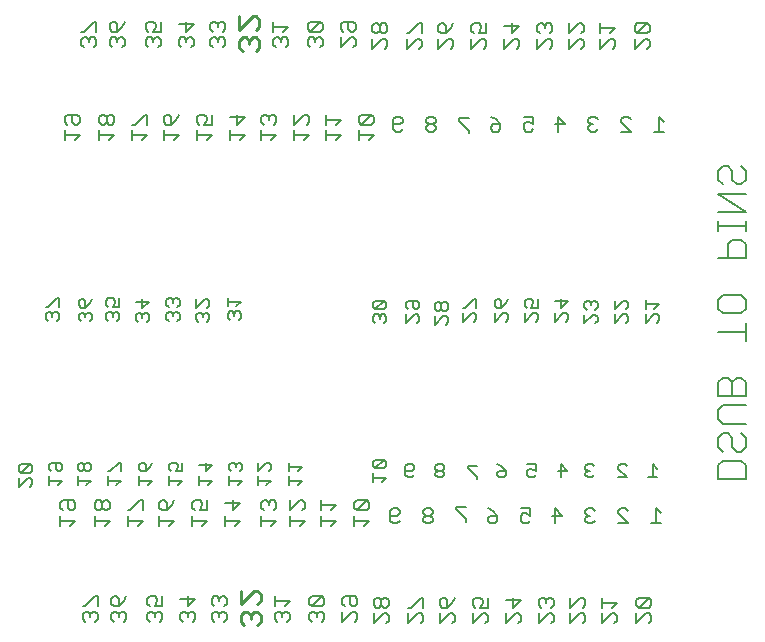
<source format=gbo>
G75*
%MOIN*%
%OFA0B0*%
%FSLAX25Y25*%
%IPPOS*%
%LPD*%
%AMOC8*
5,1,8,0,0,1.08239X$1,22.5*
%
%ADD10C,0.00700*%
%ADD11C,0.00900*%
%ADD12C,0.00600*%
%ADD13C,0.00800*%
D10*
X0126979Y0082253D02*
X0126979Y0085523D01*
X0126979Y0083888D02*
X0131883Y0083888D01*
X0130248Y0082253D01*
X0138479Y0082253D02*
X0138479Y0085523D01*
X0138479Y0083888D02*
X0143383Y0083888D01*
X0141748Y0082253D01*
X0149479Y0082253D02*
X0149479Y0085523D01*
X0149479Y0083888D02*
X0154383Y0083888D01*
X0152748Y0082253D01*
X0154383Y0087410D02*
X0154383Y0090679D01*
X0153566Y0090679D01*
X0150296Y0087410D01*
X0149479Y0087410D01*
X0143383Y0088227D02*
X0143383Y0089862D01*
X0142566Y0090679D01*
X0141748Y0090679D01*
X0140931Y0089862D01*
X0140931Y0088227D01*
X0141748Y0087410D01*
X0142566Y0087410D01*
X0143383Y0088227D01*
X0140931Y0088227D02*
X0140114Y0087410D01*
X0139296Y0087410D01*
X0138479Y0088227D01*
X0138479Y0089862D01*
X0139296Y0090679D01*
X0140114Y0090679D01*
X0140931Y0089862D01*
X0131883Y0089862D02*
X0131883Y0088227D01*
X0131066Y0087410D01*
X0130248Y0087410D01*
X0129431Y0088227D01*
X0129431Y0090679D01*
X0127796Y0090679D02*
X0131066Y0090679D01*
X0131883Y0089862D01*
X0127796Y0090679D02*
X0126979Y0089862D01*
X0126979Y0088227D01*
X0127796Y0087410D01*
X0159979Y0088227D02*
X0159979Y0089862D01*
X0160796Y0090679D01*
X0161614Y0090679D01*
X0162431Y0089862D01*
X0162431Y0087410D01*
X0160796Y0087410D01*
X0159979Y0088227D01*
X0162431Y0087410D02*
X0164066Y0089045D01*
X0164883Y0090679D01*
X0170979Y0089862D02*
X0170979Y0088227D01*
X0171796Y0087410D01*
X0173431Y0087410D02*
X0174248Y0089045D01*
X0174248Y0089862D01*
X0173431Y0090679D01*
X0171796Y0090679D01*
X0170979Y0089862D01*
X0173431Y0087410D02*
X0175883Y0087410D01*
X0175883Y0090679D01*
X0181979Y0089862D02*
X0186883Y0089862D01*
X0184431Y0087410D01*
X0184431Y0090679D01*
X0181979Y0085523D02*
X0181979Y0082253D01*
X0181979Y0083888D02*
X0186883Y0083888D01*
X0185248Y0082253D01*
X0193979Y0082253D02*
X0193979Y0085523D01*
X0193979Y0083888D02*
X0198883Y0083888D01*
X0197248Y0082253D01*
X0203479Y0082253D02*
X0203479Y0085523D01*
X0203479Y0083888D02*
X0208383Y0083888D01*
X0206748Y0082253D01*
X0213979Y0082253D02*
X0213979Y0085523D01*
X0213979Y0083888D02*
X0218883Y0083888D01*
X0217248Y0082253D01*
X0224979Y0082253D02*
X0224979Y0085523D01*
X0224979Y0083888D02*
X0229883Y0083888D01*
X0228248Y0082253D01*
X0236888Y0083927D02*
X0236888Y0087197D01*
X0237705Y0088014D01*
X0239340Y0088014D01*
X0240157Y0087197D01*
X0240157Y0086379D01*
X0239340Y0085562D01*
X0236888Y0085562D01*
X0236888Y0083927D02*
X0237705Y0083110D01*
X0239340Y0083110D01*
X0240157Y0083927D01*
X0247888Y0083927D02*
X0248705Y0083110D01*
X0250340Y0083110D01*
X0251157Y0083927D01*
X0251157Y0084745D01*
X0250340Y0085562D01*
X0248705Y0085562D01*
X0247888Y0084745D01*
X0247888Y0083927D01*
X0248705Y0085562D02*
X0247888Y0086379D01*
X0247888Y0087197D01*
X0248705Y0088014D01*
X0250340Y0088014D01*
X0251157Y0087197D01*
X0251157Y0086379D01*
X0250340Y0085562D01*
X0258888Y0087697D02*
X0262157Y0084427D01*
X0262157Y0083610D01*
X0262157Y0088514D02*
X0258888Y0088514D01*
X0258888Y0087697D01*
X0269388Y0088014D02*
X0271022Y0087197D01*
X0272657Y0085562D01*
X0270205Y0085562D01*
X0269388Y0084745D01*
X0269388Y0083927D01*
X0270205Y0083110D01*
X0271840Y0083110D01*
X0272657Y0083927D01*
X0272657Y0085562D01*
X0280388Y0085562D02*
X0280388Y0083927D01*
X0281205Y0083110D01*
X0282840Y0083110D01*
X0283657Y0083927D01*
X0283657Y0085562D02*
X0282022Y0086379D01*
X0281205Y0086379D01*
X0280388Y0085562D01*
X0280388Y0088014D02*
X0283657Y0088014D01*
X0283657Y0085562D01*
X0290888Y0085562D02*
X0294157Y0085562D01*
X0291705Y0088014D01*
X0291705Y0083110D01*
X0301888Y0083927D02*
X0302705Y0083110D01*
X0304340Y0083110D01*
X0305157Y0083927D01*
X0303522Y0085562D02*
X0302705Y0085562D01*
X0301888Y0084745D01*
X0301888Y0083927D01*
X0302705Y0085562D02*
X0301888Y0086379D01*
X0301888Y0087197D01*
X0302705Y0088014D01*
X0304340Y0088014D01*
X0305157Y0087197D01*
X0312888Y0087197D02*
X0312888Y0086379D01*
X0316157Y0083110D01*
X0312888Y0083110D01*
X0312888Y0087197D02*
X0313705Y0088014D01*
X0315340Y0088014D01*
X0316157Y0087197D01*
X0323888Y0083110D02*
X0327157Y0083110D01*
X0325522Y0083110D02*
X0325522Y0088014D01*
X0327157Y0086379D01*
X0323066Y0058179D02*
X0319796Y0058179D01*
X0318979Y0057362D01*
X0318979Y0055727D01*
X0319796Y0054910D01*
X0323066Y0058179D01*
X0323883Y0057362D01*
X0323883Y0055727D01*
X0323066Y0054910D01*
X0319796Y0054910D01*
X0318979Y0053023D02*
X0318979Y0049753D01*
X0322248Y0053023D01*
X0323066Y0053023D01*
X0323883Y0052206D01*
X0323883Y0050571D01*
X0323066Y0049753D01*
X0312383Y0050571D02*
X0311566Y0049753D01*
X0312383Y0050571D02*
X0312383Y0052206D01*
X0311566Y0053023D01*
X0310748Y0053023D01*
X0307479Y0049753D01*
X0307479Y0053023D01*
X0307479Y0054910D02*
X0307479Y0058179D01*
X0307479Y0056545D02*
X0312383Y0056545D01*
X0310748Y0054910D01*
X0301883Y0055727D02*
X0301883Y0057362D01*
X0301066Y0058179D01*
X0300248Y0058179D01*
X0296979Y0054910D01*
X0296979Y0058179D01*
X0296979Y0053023D02*
X0296979Y0049753D01*
X0300248Y0053023D01*
X0301066Y0053023D01*
X0301883Y0052206D01*
X0301883Y0050571D01*
X0301066Y0049753D01*
X0301066Y0054910D02*
X0301883Y0055727D01*
X0291383Y0055727D02*
X0291383Y0057362D01*
X0290566Y0058179D01*
X0289748Y0058179D01*
X0288931Y0057362D01*
X0288114Y0058179D01*
X0287296Y0058179D01*
X0286479Y0057362D01*
X0286479Y0055727D01*
X0287296Y0054910D01*
X0286479Y0053023D02*
X0286479Y0049753D01*
X0289748Y0053023D01*
X0290566Y0053023D01*
X0291383Y0052206D01*
X0291383Y0050571D01*
X0290566Y0049753D01*
X0290566Y0054910D02*
X0291383Y0055727D01*
X0288931Y0056545D02*
X0288931Y0057362D01*
X0280383Y0057362D02*
X0277931Y0054910D01*
X0277931Y0058179D01*
X0275479Y0057362D02*
X0280383Y0057362D01*
X0279566Y0053023D02*
X0280383Y0052206D01*
X0280383Y0050571D01*
X0279566Y0049753D01*
X0279566Y0053023D02*
X0278748Y0053023D01*
X0275479Y0049753D01*
X0275479Y0053023D01*
X0269383Y0052206D02*
X0269383Y0050571D01*
X0268566Y0049753D01*
X0269383Y0052206D02*
X0268566Y0053023D01*
X0267748Y0053023D01*
X0264479Y0049753D01*
X0264479Y0053023D01*
X0265296Y0054910D02*
X0264479Y0055727D01*
X0264479Y0057362D01*
X0265296Y0058179D01*
X0266931Y0058179D01*
X0267748Y0057362D01*
X0267748Y0056545D01*
X0266931Y0054910D01*
X0269383Y0054910D01*
X0269383Y0058179D01*
X0258383Y0058179D02*
X0257566Y0056545D01*
X0255931Y0054910D01*
X0255931Y0057362D01*
X0255114Y0058179D01*
X0254296Y0058179D01*
X0253479Y0057362D01*
X0253479Y0055727D01*
X0254296Y0054910D01*
X0255931Y0054910D01*
X0256748Y0053023D02*
X0257566Y0053023D01*
X0258383Y0052206D01*
X0258383Y0050571D01*
X0257566Y0049753D01*
X0256748Y0053023D02*
X0253479Y0049753D01*
X0253479Y0053023D01*
X0247883Y0052206D02*
X0247883Y0050571D01*
X0247066Y0049753D01*
X0247883Y0052206D02*
X0247066Y0053023D01*
X0246248Y0053023D01*
X0242979Y0049753D01*
X0242979Y0053023D01*
X0242979Y0054910D02*
X0243796Y0054910D01*
X0247066Y0058179D01*
X0247883Y0058179D01*
X0247883Y0054910D01*
X0236383Y0055727D02*
X0236383Y0057362D01*
X0235566Y0058179D01*
X0234748Y0058179D01*
X0233931Y0057362D01*
X0233931Y0055727D01*
X0234748Y0054910D01*
X0235566Y0054910D01*
X0236383Y0055727D01*
X0233931Y0055727D02*
X0233114Y0054910D01*
X0232296Y0054910D01*
X0231479Y0055727D01*
X0231479Y0057362D01*
X0232296Y0058179D01*
X0233114Y0058179D01*
X0233931Y0057362D01*
X0234748Y0053023D02*
X0235566Y0053023D01*
X0236383Y0052206D01*
X0236383Y0050571D01*
X0235566Y0049753D01*
X0234748Y0053023D02*
X0231479Y0049753D01*
X0231479Y0053023D01*
X0225883Y0052706D02*
X0225883Y0051071D01*
X0225066Y0050253D01*
X0225883Y0052706D02*
X0225066Y0053523D01*
X0224248Y0053523D01*
X0220979Y0050253D01*
X0220979Y0053523D01*
X0221796Y0055410D02*
X0220979Y0056227D01*
X0220979Y0057862D01*
X0221796Y0058679D01*
X0225066Y0058679D01*
X0225883Y0057862D01*
X0225883Y0056227D01*
X0225066Y0055410D01*
X0224248Y0055410D01*
X0223431Y0056227D01*
X0223431Y0058679D01*
X0214883Y0057862D02*
X0214883Y0056227D01*
X0214066Y0055410D01*
X0210796Y0055410D01*
X0214066Y0058679D01*
X0210796Y0058679D01*
X0209979Y0057862D01*
X0209979Y0056227D01*
X0210796Y0055410D01*
X0210796Y0053523D02*
X0209979Y0052706D01*
X0209979Y0051071D01*
X0210796Y0050253D01*
X0212431Y0051888D02*
X0212431Y0052706D01*
X0211614Y0053523D01*
X0210796Y0053523D01*
X0212431Y0052706D02*
X0213248Y0053523D01*
X0214066Y0053523D01*
X0214883Y0052706D01*
X0214883Y0051071D01*
X0214066Y0050253D01*
X0203383Y0051071D02*
X0203383Y0052706D01*
X0202566Y0053523D01*
X0201748Y0053523D01*
X0200931Y0052706D01*
X0200114Y0053523D01*
X0199296Y0053523D01*
X0198479Y0052706D01*
X0198479Y0051071D01*
X0199296Y0050253D01*
X0200931Y0051888D02*
X0200931Y0052706D01*
X0201748Y0055410D02*
X0203383Y0057045D01*
X0198479Y0057045D01*
X0198479Y0058679D02*
X0198479Y0055410D01*
X0203383Y0051071D02*
X0202566Y0050253D01*
X0214066Y0058679D02*
X0214883Y0057862D01*
X0182383Y0057862D02*
X0182383Y0056227D01*
X0181566Y0055410D01*
X0181566Y0053523D02*
X0180748Y0053523D01*
X0179931Y0052706D01*
X0179114Y0053523D01*
X0178296Y0053523D01*
X0177479Y0052706D01*
X0177479Y0051071D01*
X0178296Y0050253D01*
X0179931Y0051888D02*
X0179931Y0052706D01*
X0181566Y0053523D02*
X0182383Y0052706D01*
X0182383Y0051071D01*
X0181566Y0050253D01*
X0178296Y0055410D02*
X0177479Y0056227D01*
X0177479Y0057862D01*
X0178296Y0058679D01*
X0179114Y0058679D01*
X0179931Y0057862D01*
X0179931Y0057045D01*
X0179931Y0057862D02*
X0180748Y0058679D01*
X0181566Y0058679D01*
X0182383Y0057862D01*
X0171883Y0057862D02*
X0169431Y0055410D01*
X0169431Y0058679D01*
X0166979Y0057862D02*
X0171883Y0057862D01*
X0171066Y0053523D02*
X0170248Y0053523D01*
X0169431Y0052706D01*
X0168614Y0053523D01*
X0167796Y0053523D01*
X0166979Y0052706D01*
X0166979Y0051071D01*
X0167796Y0050253D01*
X0169431Y0051888D02*
X0169431Y0052706D01*
X0171066Y0053523D02*
X0171883Y0052706D01*
X0171883Y0051071D01*
X0171066Y0050253D01*
X0160883Y0051071D02*
X0160883Y0052706D01*
X0160066Y0053523D01*
X0159248Y0053523D01*
X0158431Y0052706D01*
X0157614Y0053523D01*
X0156796Y0053523D01*
X0155979Y0052706D01*
X0155979Y0051071D01*
X0156796Y0050253D01*
X0158431Y0051888D02*
X0158431Y0052706D01*
X0158431Y0055410D02*
X0159248Y0057045D01*
X0159248Y0057862D01*
X0158431Y0058679D01*
X0156796Y0058679D01*
X0155979Y0057862D01*
X0155979Y0056227D01*
X0156796Y0055410D01*
X0158431Y0055410D02*
X0160883Y0055410D01*
X0160883Y0058679D01*
X0160883Y0051071D02*
X0160066Y0050253D01*
X0148883Y0051071D02*
X0148883Y0052706D01*
X0148066Y0053523D01*
X0147248Y0053523D01*
X0146431Y0052706D01*
X0145614Y0053523D01*
X0144796Y0053523D01*
X0143979Y0052706D01*
X0143979Y0051071D01*
X0144796Y0050253D01*
X0146431Y0051888D02*
X0146431Y0052706D01*
X0146431Y0055410D02*
X0146431Y0057862D01*
X0145614Y0058679D01*
X0144796Y0058679D01*
X0143979Y0057862D01*
X0143979Y0056227D01*
X0144796Y0055410D01*
X0146431Y0055410D01*
X0148066Y0057045D01*
X0148883Y0058679D01*
X0148883Y0051071D02*
X0148066Y0050253D01*
X0139383Y0051071D02*
X0139383Y0052706D01*
X0138566Y0053523D01*
X0137748Y0053523D01*
X0136931Y0052706D01*
X0136114Y0053523D01*
X0135296Y0053523D01*
X0134479Y0052706D01*
X0134479Y0051071D01*
X0135296Y0050253D01*
X0136931Y0051888D02*
X0136931Y0052706D01*
X0138566Y0050253D02*
X0139383Y0051071D01*
X0139383Y0055410D02*
X0139383Y0058679D01*
X0138566Y0058679D01*
X0135296Y0055410D01*
X0134479Y0055410D01*
X0159979Y0082253D02*
X0159979Y0085523D01*
X0159979Y0083888D02*
X0164883Y0083888D01*
X0163248Y0082253D01*
X0170979Y0082253D02*
X0170979Y0085523D01*
X0170979Y0083888D02*
X0175883Y0083888D01*
X0174248Y0082253D01*
X0193979Y0088227D02*
X0194796Y0087410D01*
X0193979Y0088227D02*
X0193979Y0089862D01*
X0194796Y0090679D01*
X0195614Y0090679D01*
X0196431Y0089862D01*
X0196431Y0089045D01*
X0196431Y0089862D02*
X0197248Y0090679D01*
X0198066Y0090679D01*
X0198883Y0089862D01*
X0198883Y0088227D01*
X0198066Y0087410D01*
X0203479Y0087410D02*
X0206748Y0090679D01*
X0207566Y0090679D01*
X0208383Y0089862D01*
X0208383Y0088227D01*
X0207566Y0087410D01*
X0203479Y0087410D02*
X0203479Y0090679D01*
X0213979Y0090679D02*
X0213979Y0087410D01*
X0213979Y0089045D02*
X0218883Y0089045D01*
X0217248Y0087410D01*
X0224979Y0088227D02*
X0225796Y0087410D01*
X0229066Y0090679D01*
X0225796Y0090679D01*
X0224979Y0089862D01*
X0224979Y0088227D01*
X0225796Y0087410D02*
X0229066Y0087410D01*
X0229883Y0088227D01*
X0229883Y0089862D01*
X0229066Y0090679D01*
X0229748Y0210753D02*
X0231383Y0212388D01*
X0226479Y0212388D01*
X0226479Y0210753D02*
X0226479Y0214023D01*
X0227296Y0215910D02*
X0230566Y0219179D01*
X0227296Y0219179D01*
X0226479Y0218362D01*
X0226479Y0216727D01*
X0227296Y0215910D01*
X0230566Y0215910D01*
X0231383Y0216727D01*
X0231383Y0218362D01*
X0230566Y0219179D01*
X0237888Y0217697D02*
X0237888Y0214427D01*
X0238705Y0213610D01*
X0240340Y0213610D01*
X0241157Y0214427D01*
X0240340Y0216062D02*
X0237888Y0216062D01*
X0237888Y0217697D02*
X0238705Y0218514D01*
X0240340Y0218514D01*
X0241157Y0217697D01*
X0241157Y0216879D01*
X0240340Y0216062D01*
X0248888Y0216879D02*
X0248888Y0217697D01*
X0249705Y0218514D01*
X0251340Y0218514D01*
X0252157Y0217697D01*
X0252157Y0216879D01*
X0251340Y0216062D01*
X0249705Y0216062D01*
X0248888Y0215245D01*
X0248888Y0214427D01*
X0249705Y0213610D01*
X0251340Y0213610D01*
X0252157Y0214427D01*
X0252157Y0215245D01*
X0251340Y0216062D01*
X0249705Y0216062D02*
X0248888Y0216879D01*
X0259888Y0217197D02*
X0263157Y0213927D01*
X0263157Y0213110D01*
X0263157Y0218014D02*
X0259888Y0218014D01*
X0259888Y0217197D01*
X0270388Y0218514D02*
X0272022Y0217697D01*
X0273657Y0216062D01*
X0271205Y0216062D01*
X0270388Y0215245D01*
X0270388Y0214427D01*
X0271205Y0213610D01*
X0272840Y0213610D01*
X0273657Y0214427D01*
X0273657Y0216062D01*
X0281388Y0216062D02*
X0281388Y0214427D01*
X0282205Y0213610D01*
X0283840Y0213610D01*
X0284657Y0214427D01*
X0284657Y0216062D02*
X0283022Y0216879D01*
X0282205Y0216879D01*
X0281388Y0216062D01*
X0281388Y0218514D02*
X0284657Y0218514D01*
X0284657Y0216062D01*
X0291888Y0216062D02*
X0295157Y0216062D01*
X0292705Y0218514D01*
X0292705Y0213610D01*
X0302888Y0214427D02*
X0303705Y0213610D01*
X0305340Y0213610D01*
X0306157Y0214427D01*
X0304522Y0216062D02*
X0303705Y0216062D01*
X0302888Y0215245D01*
X0302888Y0214427D01*
X0303705Y0216062D02*
X0302888Y0216879D01*
X0302888Y0217697D01*
X0303705Y0218514D01*
X0305340Y0218514D01*
X0306157Y0217697D01*
X0313888Y0217697D02*
X0313888Y0216879D01*
X0317157Y0213610D01*
X0313888Y0213610D01*
X0313888Y0217697D02*
X0314705Y0218514D01*
X0316340Y0218514D01*
X0317157Y0217697D01*
X0324888Y0213610D02*
X0328157Y0213610D01*
X0326522Y0213610D02*
X0326522Y0218514D01*
X0328157Y0216879D01*
X0322566Y0241253D02*
X0323383Y0242071D01*
X0323383Y0243706D01*
X0322566Y0244523D01*
X0321748Y0244523D01*
X0318479Y0241253D01*
X0318479Y0244523D01*
X0319296Y0246410D02*
X0322566Y0249679D01*
X0319296Y0249679D01*
X0318479Y0248862D01*
X0318479Y0247227D01*
X0319296Y0246410D01*
X0322566Y0246410D01*
X0323383Y0247227D01*
X0323383Y0248862D01*
X0322566Y0249679D01*
X0311883Y0248045D02*
X0310248Y0246410D01*
X0310248Y0244523D02*
X0311066Y0244523D01*
X0311883Y0243706D01*
X0311883Y0242071D01*
X0311066Y0241253D01*
X0310248Y0244523D02*
X0306979Y0241253D01*
X0306979Y0244523D01*
X0306979Y0246410D02*
X0306979Y0249679D01*
X0306979Y0248045D02*
X0311883Y0248045D01*
X0301383Y0248862D02*
X0301383Y0247227D01*
X0300566Y0246410D01*
X0300566Y0244523D02*
X0301383Y0243706D01*
X0301383Y0242071D01*
X0300566Y0241253D01*
X0300566Y0244523D02*
X0299748Y0244523D01*
X0296479Y0241253D01*
X0296479Y0244523D01*
X0296479Y0246410D02*
X0299748Y0249679D01*
X0300566Y0249679D01*
X0301383Y0248862D01*
X0296479Y0249679D02*
X0296479Y0246410D01*
X0290883Y0247227D02*
X0290883Y0248862D01*
X0290066Y0249679D01*
X0289248Y0249679D01*
X0288431Y0248862D01*
X0287614Y0249679D01*
X0286796Y0249679D01*
X0285979Y0248862D01*
X0285979Y0247227D01*
X0286796Y0246410D01*
X0285979Y0244523D02*
X0285979Y0241253D01*
X0289248Y0244523D01*
X0290066Y0244523D01*
X0290883Y0243706D01*
X0290883Y0242071D01*
X0290066Y0241253D01*
X0290066Y0246410D02*
X0290883Y0247227D01*
X0288431Y0248045D02*
X0288431Y0248862D01*
X0279883Y0248862D02*
X0277431Y0246410D01*
X0277431Y0249679D01*
X0274979Y0248862D02*
X0279883Y0248862D01*
X0279066Y0244523D02*
X0279883Y0243706D01*
X0279883Y0242071D01*
X0279066Y0241253D01*
X0279066Y0244523D02*
X0278248Y0244523D01*
X0274979Y0241253D01*
X0274979Y0244523D01*
X0268883Y0243706D02*
X0268883Y0242071D01*
X0268066Y0241253D01*
X0268883Y0243706D02*
X0268066Y0244523D01*
X0267248Y0244523D01*
X0263979Y0241253D01*
X0263979Y0244523D01*
X0264796Y0246410D02*
X0263979Y0247227D01*
X0263979Y0248862D01*
X0264796Y0249679D01*
X0266431Y0249679D01*
X0267248Y0248862D01*
X0267248Y0248045D01*
X0266431Y0246410D01*
X0268883Y0246410D01*
X0268883Y0249679D01*
X0257883Y0249679D02*
X0257066Y0248045D01*
X0255431Y0246410D01*
X0255431Y0248862D01*
X0254614Y0249679D01*
X0253796Y0249679D01*
X0252979Y0248862D01*
X0252979Y0247227D01*
X0253796Y0246410D01*
X0255431Y0246410D01*
X0256248Y0244523D02*
X0257066Y0244523D01*
X0257883Y0243706D01*
X0257883Y0242071D01*
X0257066Y0241253D01*
X0256248Y0244523D02*
X0252979Y0241253D01*
X0252979Y0244523D01*
X0247383Y0243706D02*
X0247383Y0242071D01*
X0246566Y0241253D01*
X0247383Y0243706D02*
X0246566Y0244523D01*
X0245748Y0244523D01*
X0242479Y0241253D01*
X0242479Y0244523D01*
X0242479Y0246410D02*
X0243296Y0246410D01*
X0246566Y0249679D01*
X0247383Y0249679D01*
X0247383Y0246410D01*
X0235883Y0247227D02*
X0235883Y0248862D01*
X0235066Y0249679D01*
X0234248Y0249679D01*
X0233431Y0248862D01*
X0233431Y0247227D01*
X0234248Y0246410D01*
X0235066Y0246410D01*
X0235883Y0247227D01*
X0233431Y0247227D02*
X0232614Y0246410D01*
X0231796Y0246410D01*
X0230979Y0247227D01*
X0230979Y0248862D01*
X0231796Y0249679D01*
X0232614Y0249679D01*
X0233431Y0248862D01*
X0234248Y0244523D02*
X0235066Y0244523D01*
X0235883Y0243706D01*
X0235883Y0242071D01*
X0235066Y0241253D01*
X0234248Y0244523D02*
X0230979Y0241253D01*
X0230979Y0244523D01*
X0225383Y0244206D02*
X0225383Y0242571D01*
X0224566Y0241753D01*
X0225383Y0244206D02*
X0224566Y0245023D01*
X0223748Y0245023D01*
X0220479Y0241753D01*
X0220479Y0245023D01*
X0221296Y0246910D02*
X0220479Y0247727D01*
X0220479Y0249362D01*
X0221296Y0250179D01*
X0224566Y0250179D01*
X0225383Y0249362D01*
X0225383Y0247727D01*
X0224566Y0246910D01*
X0223748Y0246910D01*
X0222931Y0247727D01*
X0222931Y0250179D01*
X0214383Y0249362D02*
X0213566Y0250179D01*
X0210296Y0246910D01*
X0209479Y0247727D01*
X0209479Y0249362D01*
X0210296Y0250179D01*
X0213566Y0250179D01*
X0214383Y0249362D02*
X0214383Y0247727D01*
X0213566Y0246910D01*
X0210296Y0246910D01*
X0210296Y0245023D02*
X0209479Y0244206D01*
X0209479Y0242571D01*
X0210296Y0241753D01*
X0211931Y0243388D02*
X0211931Y0244206D01*
X0211114Y0245023D01*
X0210296Y0245023D01*
X0211931Y0244206D02*
X0212748Y0245023D01*
X0213566Y0245023D01*
X0214383Y0244206D01*
X0214383Y0242571D01*
X0213566Y0241753D01*
X0202883Y0242571D02*
X0202883Y0244206D01*
X0202066Y0245023D01*
X0201248Y0245023D01*
X0200431Y0244206D01*
X0199614Y0245023D01*
X0198796Y0245023D01*
X0197979Y0244206D01*
X0197979Y0242571D01*
X0198796Y0241753D01*
X0200431Y0243388D02*
X0200431Y0244206D01*
X0201248Y0246910D02*
X0202883Y0248545D01*
X0197979Y0248545D01*
X0197979Y0250179D02*
X0197979Y0246910D01*
X0202883Y0242571D02*
X0202066Y0241753D01*
X0181883Y0242571D02*
X0181883Y0244206D01*
X0181066Y0245023D01*
X0180248Y0245023D01*
X0179431Y0244206D01*
X0178614Y0245023D01*
X0177796Y0245023D01*
X0176979Y0244206D01*
X0176979Y0242571D01*
X0177796Y0241753D01*
X0179431Y0243388D02*
X0179431Y0244206D01*
X0181066Y0241753D02*
X0181883Y0242571D01*
X0181066Y0246910D02*
X0181883Y0247727D01*
X0181883Y0249362D01*
X0181066Y0250179D01*
X0180248Y0250179D01*
X0179431Y0249362D01*
X0178614Y0250179D01*
X0177796Y0250179D01*
X0176979Y0249362D01*
X0176979Y0247727D01*
X0177796Y0246910D01*
X0179431Y0248545D02*
X0179431Y0249362D01*
X0171383Y0249362D02*
X0168931Y0246910D01*
X0168931Y0250179D01*
X0166479Y0249362D02*
X0171383Y0249362D01*
X0170566Y0245023D02*
X0169748Y0245023D01*
X0168931Y0244206D01*
X0168114Y0245023D01*
X0167296Y0245023D01*
X0166479Y0244206D01*
X0166479Y0242571D01*
X0167296Y0241753D01*
X0168931Y0243388D02*
X0168931Y0244206D01*
X0170566Y0245023D02*
X0171383Y0244206D01*
X0171383Y0242571D01*
X0170566Y0241753D01*
X0160383Y0242571D02*
X0160383Y0244206D01*
X0159566Y0245023D01*
X0158748Y0245023D01*
X0157931Y0244206D01*
X0157114Y0245023D01*
X0156296Y0245023D01*
X0155479Y0244206D01*
X0155479Y0242571D01*
X0156296Y0241753D01*
X0157931Y0243388D02*
X0157931Y0244206D01*
X0157931Y0246910D02*
X0158748Y0248545D01*
X0158748Y0249362D01*
X0157931Y0250179D01*
X0156296Y0250179D01*
X0155479Y0249362D01*
X0155479Y0247727D01*
X0156296Y0246910D01*
X0157931Y0246910D02*
X0160383Y0246910D01*
X0160383Y0250179D01*
X0160383Y0242571D02*
X0159566Y0241753D01*
X0148383Y0242571D02*
X0148383Y0244206D01*
X0147566Y0245023D01*
X0146748Y0245023D01*
X0145931Y0244206D01*
X0145114Y0245023D01*
X0144296Y0245023D01*
X0143479Y0244206D01*
X0143479Y0242571D01*
X0144296Y0241753D01*
X0145931Y0243388D02*
X0145931Y0244206D01*
X0145931Y0246910D02*
X0145931Y0249362D01*
X0145114Y0250179D01*
X0144296Y0250179D01*
X0143479Y0249362D01*
X0143479Y0247727D01*
X0144296Y0246910D01*
X0145931Y0246910D01*
X0147566Y0248545D01*
X0148383Y0250179D01*
X0148383Y0242571D02*
X0147566Y0241753D01*
X0138883Y0242571D02*
X0138883Y0244206D01*
X0138066Y0245023D01*
X0137248Y0245023D01*
X0136431Y0244206D01*
X0135614Y0245023D01*
X0134796Y0245023D01*
X0133979Y0244206D01*
X0133979Y0242571D01*
X0134796Y0241753D01*
X0136431Y0243388D02*
X0136431Y0244206D01*
X0138066Y0241753D02*
X0138883Y0242571D01*
X0138883Y0246910D02*
X0138883Y0250179D01*
X0138066Y0250179D01*
X0134796Y0246910D01*
X0133979Y0246910D01*
X0132566Y0219179D02*
X0133383Y0218362D01*
X0133383Y0216727D01*
X0132566Y0215910D01*
X0131748Y0215910D01*
X0130931Y0216727D01*
X0130931Y0219179D01*
X0129296Y0219179D02*
X0132566Y0219179D01*
X0129296Y0219179D02*
X0128479Y0218362D01*
X0128479Y0216727D01*
X0129296Y0215910D01*
X0128479Y0214023D02*
X0128479Y0210753D01*
X0128479Y0212388D02*
X0133383Y0212388D01*
X0131748Y0210753D01*
X0139979Y0210753D02*
X0139979Y0214023D01*
X0139979Y0212388D02*
X0144883Y0212388D01*
X0143248Y0210753D01*
X0143248Y0215910D02*
X0144066Y0215910D01*
X0144883Y0216727D01*
X0144883Y0218362D01*
X0144066Y0219179D01*
X0143248Y0219179D01*
X0142431Y0218362D01*
X0142431Y0216727D01*
X0143248Y0215910D01*
X0142431Y0216727D02*
X0141614Y0215910D01*
X0140796Y0215910D01*
X0139979Y0216727D01*
X0139979Y0218362D01*
X0140796Y0219179D01*
X0141614Y0219179D01*
X0142431Y0218362D01*
X0150979Y0215910D02*
X0151796Y0215910D01*
X0155066Y0219179D01*
X0155883Y0219179D01*
X0155883Y0215910D01*
X0155883Y0212388D02*
X0150979Y0212388D01*
X0150979Y0210753D02*
X0150979Y0214023D01*
X0154248Y0210753D02*
X0155883Y0212388D01*
X0161479Y0212388D02*
X0166383Y0212388D01*
X0164748Y0210753D01*
X0161479Y0210753D02*
X0161479Y0214023D01*
X0162296Y0215910D02*
X0161479Y0216727D01*
X0161479Y0218362D01*
X0162296Y0219179D01*
X0163114Y0219179D01*
X0163931Y0218362D01*
X0163931Y0215910D01*
X0162296Y0215910D01*
X0163931Y0215910D02*
X0165566Y0217545D01*
X0166383Y0219179D01*
X0172479Y0218362D02*
X0172479Y0216727D01*
X0173296Y0215910D01*
X0174931Y0215910D02*
X0175748Y0217545D01*
X0175748Y0218362D01*
X0174931Y0219179D01*
X0173296Y0219179D01*
X0172479Y0218362D01*
X0174931Y0215910D02*
X0177383Y0215910D01*
X0177383Y0219179D01*
X0183479Y0218362D02*
X0188383Y0218362D01*
X0185931Y0215910D01*
X0185931Y0219179D01*
X0183479Y0214023D02*
X0183479Y0210753D01*
X0183479Y0212388D02*
X0188383Y0212388D01*
X0186748Y0210753D01*
X0193979Y0210753D02*
X0193979Y0214023D01*
X0193979Y0212388D02*
X0198883Y0212388D01*
X0197248Y0210753D01*
X0198066Y0215910D02*
X0198883Y0216727D01*
X0198883Y0218362D01*
X0198066Y0219179D01*
X0197248Y0219179D01*
X0196431Y0218362D01*
X0195614Y0219179D01*
X0194796Y0219179D01*
X0193979Y0218362D01*
X0193979Y0216727D01*
X0194796Y0215910D01*
X0196431Y0217545D02*
X0196431Y0218362D01*
X0204979Y0219179D02*
X0204979Y0215910D01*
X0208248Y0219179D01*
X0209066Y0219179D01*
X0209883Y0218362D01*
X0209883Y0216727D01*
X0209066Y0215910D01*
X0209883Y0212388D02*
X0204979Y0212388D01*
X0204979Y0210753D02*
X0204979Y0214023D01*
X0208248Y0210753D02*
X0209883Y0212388D01*
X0215479Y0212388D02*
X0220383Y0212388D01*
X0218748Y0210753D01*
X0215479Y0210753D02*
X0215479Y0214023D01*
X0215479Y0215910D02*
X0215479Y0219179D01*
X0215479Y0217545D02*
X0220383Y0217545D01*
X0218748Y0215910D01*
X0177383Y0212388D02*
X0172479Y0212388D01*
X0172479Y0210753D02*
X0172479Y0214023D01*
X0175748Y0210753D02*
X0177383Y0212388D01*
D11*
X0187697Y0240512D02*
X0186579Y0241629D01*
X0186579Y0243865D01*
X0187697Y0244982D01*
X0188814Y0244982D01*
X0189932Y0243865D01*
X0189932Y0242747D01*
X0189932Y0243865D02*
X0191049Y0244982D01*
X0192167Y0244982D01*
X0193285Y0243865D01*
X0193285Y0241629D01*
X0192167Y0240512D01*
X0192167Y0247510D02*
X0193285Y0248627D01*
X0193285Y0250863D01*
X0192167Y0251980D01*
X0191049Y0251980D01*
X0186579Y0247510D01*
X0186579Y0251980D01*
X0187079Y0060480D02*
X0187079Y0056010D01*
X0191549Y0060480D01*
X0192667Y0060480D01*
X0193785Y0059363D01*
X0193785Y0057127D01*
X0192667Y0056010D01*
X0192667Y0053482D02*
X0191549Y0053482D01*
X0190432Y0052365D01*
X0189314Y0053482D01*
X0188197Y0053482D01*
X0187079Y0052365D01*
X0187079Y0050129D01*
X0188197Y0049012D01*
X0190432Y0051247D02*
X0190432Y0052365D01*
X0192667Y0053482D02*
X0193785Y0052365D01*
X0193785Y0050129D01*
X0192667Y0049012D01*
D12*
X0192729Y0095756D02*
X0192729Y0098692D01*
X0192729Y0097224D02*
X0197133Y0097224D01*
X0195665Y0095756D01*
X0196399Y0100360D02*
X0197133Y0101094D01*
X0197133Y0102562D01*
X0196399Y0103296D01*
X0195665Y0103296D01*
X0192729Y0100360D01*
X0192729Y0103296D01*
X0187633Y0102562D02*
X0186899Y0103296D01*
X0186165Y0103296D01*
X0185431Y0102562D01*
X0184697Y0103296D01*
X0183963Y0103296D01*
X0183229Y0102562D01*
X0183229Y0101094D01*
X0183963Y0100360D01*
X0183229Y0098692D02*
X0183229Y0095756D01*
X0183229Y0097224D02*
X0187633Y0097224D01*
X0186165Y0095756D01*
X0186899Y0100360D02*
X0187633Y0101094D01*
X0187633Y0102562D01*
X0185431Y0102562D02*
X0185431Y0101828D01*
X0177633Y0102562D02*
X0175431Y0100360D01*
X0175431Y0103296D01*
X0173229Y0102562D02*
X0177633Y0102562D01*
X0177633Y0097224D02*
X0173229Y0097224D01*
X0173229Y0095756D02*
X0173229Y0098692D01*
X0176165Y0095756D02*
X0177633Y0097224D01*
X0167633Y0097224D02*
X0163229Y0097224D01*
X0163229Y0095756D02*
X0163229Y0098692D01*
X0163963Y0100360D02*
X0163229Y0101094D01*
X0163229Y0102562D01*
X0163963Y0103296D01*
X0165431Y0103296D01*
X0166165Y0102562D01*
X0166165Y0101828D01*
X0165431Y0100360D01*
X0167633Y0100360D01*
X0167633Y0103296D01*
X0167633Y0097224D02*
X0166165Y0095756D01*
X0157633Y0097224D02*
X0153229Y0097224D01*
X0153229Y0095756D02*
X0153229Y0098692D01*
X0153963Y0100360D02*
X0153229Y0101094D01*
X0153229Y0102562D01*
X0153963Y0103296D01*
X0154697Y0103296D01*
X0155431Y0102562D01*
X0155431Y0100360D01*
X0153963Y0100360D01*
X0155431Y0100360D02*
X0156899Y0101828D01*
X0157633Y0103296D01*
X0157633Y0097224D02*
X0156165Y0095756D01*
X0147133Y0097224D02*
X0142729Y0097224D01*
X0142729Y0095756D02*
X0142729Y0098692D01*
X0142729Y0100360D02*
X0143463Y0100360D01*
X0146399Y0103296D01*
X0147133Y0103296D01*
X0147133Y0100360D01*
X0147133Y0097224D02*
X0145665Y0095756D01*
X0137133Y0097224D02*
X0132729Y0097224D01*
X0132729Y0095756D02*
X0132729Y0098692D01*
X0133463Y0100360D02*
X0134197Y0100360D01*
X0134931Y0101094D01*
X0134931Y0102562D01*
X0134197Y0103296D01*
X0133463Y0103296D01*
X0132729Y0102562D01*
X0132729Y0101094D01*
X0133463Y0100360D01*
X0134931Y0101094D02*
X0135665Y0100360D01*
X0136399Y0100360D01*
X0137133Y0101094D01*
X0137133Y0102562D01*
X0136399Y0103296D01*
X0135665Y0103296D01*
X0134931Y0102562D01*
X0137133Y0097224D02*
X0135665Y0095756D01*
X0127633Y0097224D02*
X0123229Y0097224D01*
X0123229Y0095756D02*
X0123229Y0098692D01*
X0123963Y0100360D02*
X0123229Y0101094D01*
X0123229Y0102562D01*
X0123963Y0103296D01*
X0126899Y0103296D01*
X0127633Y0102562D01*
X0127633Y0101094D01*
X0126899Y0100360D01*
X0126165Y0100360D01*
X0125431Y0101094D01*
X0125431Y0103296D01*
X0127633Y0097224D02*
X0126165Y0095756D01*
X0117633Y0095990D02*
X0116899Y0095256D01*
X0117633Y0095990D02*
X0117633Y0097458D01*
X0116899Y0098192D01*
X0116165Y0098192D01*
X0113229Y0095256D01*
X0113229Y0098192D01*
X0113963Y0099860D02*
X0116899Y0102796D01*
X0113963Y0102796D01*
X0113229Y0102062D01*
X0113229Y0100594D01*
X0113963Y0099860D01*
X0116899Y0099860D01*
X0117633Y0100594D01*
X0117633Y0102062D01*
X0116899Y0102796D01*
X0122763Y0150456D02*
X0122029Y0151190D01*
X0122029Y0152658D01*
X0122763Y0153392D01*
X0123497Y0153392D01*
X0124231Y0152658D01*
X0124231Y0151924D01*
X0124231Y0152658D02*
X0124965Y0153392D01*
X0125699Y0153392D01*
X0126433Y0152658D01*
X0126433Y0151190D01*
X0125699Y0150456D01*
X0126433Y0155060D02*
X0126433Y0157996D01*
X0125699Y0157996D01*
X0122763Y0155060D01*
X0122029Y0155060D01*
X0133029Y0155694D02*
X0133029Y0157162D01*
X0133763Y0157896D01*
X0134497Y0157896D01*
X0135231Y0157162D01*
X0135231Y0154960D01*
X0133763Y0154960D01*
X0133029Y0155694D01*
X0135231Y0154960D02*
X0136699Y0156428D01*
X0137433Y0157896D01*
X0136699Y0153292D02*
X0135965Y0153292D01*
X0135231Y0152558D01*
X0134497Y0153292D01*
X0133763Y0153292D01*
X0133029Y0152558D01*
X0133029Y0151090D01*
X0133763Y0150356D01*
X0135231Y0151824D02*
X0135231Y0152558D01*
X0136699Y0153292D02*
X0137433Y0152558D01*
X0137433Y0151090D01*
X0136699Y0150356D01*
X0142229Y0151190D02*
X0142229Y0152658D01*
X0142963Y0153392D01*
X0143697Y0153392D01*
X0144431Y0152658D01*
X0144431Y0151924D01*
X0144431Y0152658D02*
X0145165Y0153392D01*
X0145899Y0153392D01*
X0146633Y0152658D01*
X0146633Y0151190D01*
X0145899Y0150456D01*
X0142963Y0150456D02*
X0142229Y0151190D01*
X0142963Y0155060D02*
X0142229Y0155794D01*
X0142229Y0157262D01*
X0142963Y0157996D01*
X0144431Y0157996D01*
X0145165Y0157262D01*
X0145165Y0156528D01*
X0144431Y0155060D01*
X0146633Y0155060D01*
X0146633Y0157996D01*
X0152129Y0156962D02*
X0156533Y0156962D01*
X0154331Y0154760D01*
X0154331Y0157696D01*
X0155065Y0153092D02*
X0154331Y0152358D01*
X0153597Y0153092D01*
X0152863Y0153092D01*
X0152129Y0152358D01*
X0152129Y0150890D01*
X0152863Y0150156D01*
X0154331Y0151624D02*
X0154331Y0152358D01*
X0155065Y0153092D02*
X0155799Y0153092D01*
X0156533Y0152358D01*
X0156533Y0150890D01*
X0155799Y0150156D01*
X0162329Y0151290D02*
X0162329Y0152758D01*
X0163063Y0153492D01*
X0163797Y0153492D01*
X0164531Y0152758D01*
X0164531Y0152024D01*
X0164531Y0152758D02*
X0165265Y0153492D01*
X0165999Y0153492D01*
X0166733Y0152758D01*
X0166733Y0151290D01*
X0165999Y0150556D01*
X0163063Y0150556D02*
X0162329Y0151290D01*
X0163063Y0155160D02*
X0162329Y0155894D01*
X0162329Y0157362D01*
X0163063Y0158096D01*
X0163797Y0158096D01*
X0164531Y0157362D01*
X0164531Y0156628D01*
X0164531Y0157362D02*
X0165265Y0158096D01*
X0165999Y0158096D01*
X0166733Y0157362D01*
X0166733Y0155894D01*
X0165999Y0155160D01*
X0172229Y0154860D02*
X0172229Y0157796D01*
X0172229Y0154860D02*
X0175165Y0157796D01*
X0175899Y0157796D01*
X0176633Y0157062D01*
X0176633Y0155594D01*
X0175899Y0154860D01*
X0175899Y0153192D02*
X0175165Y0153192D01*
X0174431Y0152458D01*
X0173697Y0153192D01*
X0172963Y0153192D01*
X0172229Y0152458D01*
X0172229Y0150990D01*
X0172963Y0150256D01*
X0174431Y0151724D02*
X0174431Y0152458D01*
X0175899Y0153192D02*
X0176633Y0152458D01*
X0176633Y0150990D01*
X0175899Y0150256D01*
X0182729Y0151490D02*
X0182729Y0152958D01*
X0183463Y0153692D01*
X0184197Y0153692D01*
X0184931Y0152958D01*
X0184931Y0152224D01*
X0184931Y0152958D02*
X0185665Y0153692D01*
X0186399Y0153692D01*
X0187133Y0152958D01*
X0187133Y0151490D01*
X0186399Y0150756D01*
X0183463Y0150756D02*
X0182729Y0151490D01*
X0182729Y0155360D02*
X0182729Y0158296D01*
X0182729Y0156828D02*
X0187133Y0156828D01*
X0185665Y0155360D01*
X0231229Y0155094D02*
X0231963Y0154360D01*
X0234899Y0157296D01*
X0231963Y0157296D01*
X0231229Y0156562D01*
X0231229Y0155094D01*
X0231963Y0154360D02*
X0234899Y0154360D01*
X0235633Y0155094D01*
X0235633Y0156562D01*
X0234899Y0157296D01*
X0234899Y0152692D02*
X0234165Y0152692D01*
X0233431Y0151958D01*
X0232697Y0152692D01*
X0231963Y0152692D01*
X0231229Y0151958D01*
X0231229Y0150490D01*
X0231963Y0149756D01*
X0233431Y0151224D02*
X0233431Y0151958D01*
X0234899Y0152692D02*
X0235633Y0151958D01*
X0235633Y0150490D01*
X0234899Y0149756D01*
X0242229Y0149756D02*
X0245165Y0152692D01*
X0245899Y0152692D01*
X0246633Y0151958D01*
X0246633Y0150490D01*
X0245899Y0149756D01*
X0242229Y0149756D02*
X0242229Y0152692D01*
X0242963Y0154360D02*
X0242229Y0155094D01*
X0242229Y0156562D01*
X0242963Y0157296D01*
X0245899Y0157296D01*
X0246633Y0156562D01*
X0246633Y0155094D01*
X0245899Y0154360D01*
X0245165Y0154360D01*
X0244431Y0155094D01*
X0244431Y0157296D01*
X0251729Y0156062D02*
X0251729Y0154594D01*
X0252463Y0153860D01*
X0253197Y0153860D01*
X0253931Y0154594D01*
X0253931Y0156062D01*
X0253197Y0156796D01*
X0252463Y0156796D01*
X0251729Y0156062D01*
X0253931Y0156062D02*
X0254665Y0156796D01*
X0255399Y0156796D01*
X0256133Y0156062D01*
X0256133Y0154594D01*
X0255399Y0153860D01*
X0254665Y0153860D01*
X0253931Y0154594D01*
X0254665Y0152192D02*
X0255399Y0152192D01*
X0256133Y0151458D01*
X0256133Y0149990D01*
X0255399Y0149256D01*
X0254665Y0152192D02*
X0251729Y0149256D01*
X0251729Y0152192D01*
X0261229Y0153192D02*
X0261229Y0150256D01*
X0264165Y0153192D01*
X0264899Y0153192D01*
X0265633Y0152458D01*
X0265633Y0150990D01*
X0264899Y0150256D01*
X0265633Y0154860D02*
X0265633Y0157796D01*
X0264899Y0157796D01*
X0261963Y0154860D01*
X0261229Y0154860D01*
X0271729Y0155594D02*
X0271729Y0157062D01*
X0272463Y0157796D01*
X0273197Y0157796D01*
X0273931Y0157062D01*
X0273931Y0154860D01*
X0272463Y0154860D01*
X0271729Y0155594D01*
X0273931Y0154860D02*
X0275399Y0156328D01*
X0276133Y0157796D01*
X0275399Y0153192D02*
X0276133Y0152458D01*
X0276133Y0150990D01*
X0275399Y0150256D01*
X0275399Y0153192D02*
X0274665Y0153192D01*
X0271729Y0150256D01*
X0271729Y0153192D01*
X0281729Y0153192D02*
X0281729Y0150256D01*
X0284665Y0153192D01*
X0285399Y0153192D01*
X0286133Y0152458D01*
X0286133Y0150990D01*
X0285399Y0150256D01*
X0286133Y0154860D02*
X0283931Y0154860D01*
X0284665Y0156328D01*
X0284665Y0157062D01*
X0283931Y0157796D01*
X0282463Y0157796D01*
X0281729Y0157062D01*
X0281729Y0155594D01*
X0282463Y0154860D01*
X0286133Y0154860D02*
X0286133Y0157796D01*
X0291729Y0157062D02*
X0296133Y0157062D01*
X0293931Y0154860D01*
X0293931Y0157796D01*
X0294665Y0153192D02*
X0295399Y0153192D01*
X0296133Y0152458D01*
X0296133Y0150990D01*
X0295399Y0150256D01*
X0294665Y0153192D02*
X0291729Y0150256D01*
X0291729Y0153192D01*
X0301629Y0152592D02*
X0301629Y0149656D01*
X0304565Y0152592D01*
X0305299Y0152592D01*
X0306033Y0151858D01*
X0306033Y0150390D01*
X0305299Y0149656D01*
X0305299Y0154260D02*
X0306033Y0154994D01*
X0306033Y0156462D01*
X0305299Y0157196D01*
X0304565Y0157196D01*
X0303831Y0156462D01*
X0303097Y0157196D01*
X0302363Y0157196D01*
X0301629Y0156462D01*
X0301629Y0154994D01*
X0302363Y0154260D01*
X0303831Y0155728D02*
X0303831Y0156462D01*
X0311729Y0157296D02*
X0311729Y0154360D01*
X0314665Y0157296D01*
X0315399Y0157296D01*
X0316133Y0156562D01*
X0316133Y0155094D01*
X0315399Y0154360D01*
X0315399Y0152692D02*
X0316133Y0151958D01*
X0316133Y0150490D01*
X0315399Y0149756D01*
X0315399Y0152692D02*
X0314665Y0152692D01*
X0311729Y0149756D01*
X0311729Y0152692D01*
X0322029Y0152892D02*
X0322029Y0149956D01*
X0324965Y0152892D01*
X0325699Y0152892D01*
X0326433Y0152158D01*
X0326433Y0150690D01*
X0325699Y0149956D01*
X0324965Y0154560D02*
X0326433Y0156028D01*
X0322029Y0156028D01*
X0322029Y0154560D02*
X0322029Y0157496D01*
X0324463Y0102764D02*
X0324463Y0098360D01*
X0325931Y0098360D02*
X0322995Y0098360D01*
X0325931Y0101296D02*
X0324463Y0102764D01*
X0315931Y0102030D02*
X0315197Y0102764D01*
X0313729Y0102764D01*
X0312995Y0102030D01*
X0312995Y0101296D01*
X0315931Y0098360D01*
X0312995Y0098360D01*
X0304931Y0099094D02*
X0304197Y0098360D01*
X0302729Y0098360D01*
X0301995Y0099094D01*
X0301995Y0099828D01*
X0302729Y0100562D01*
X0303463Y0100562D01*
X0302729Y0100562D02*
X0301995Y0101296D01*
X0301995Y0102030D01*
X0302729Y0102764D01*
X0304197Y0102764D01*
X0304931Y0102030D01*
X0295931Y0100562D02*
X0292995Y0100562D01*
X0293729Y0102764D02*
X0295931Y0100562D01*
X0293729Y0098360D02*
X0293729Y0102764D01*
X0285431Y0102764D02*
X0285431Y0100562D01*
X0283963Y0101296D01*
X0283229Y0101296D01*
X0282495Y0100562D01*
X0282495Y0099094D01*
X0283229Y0098360D01*
X0284697Y0098360D01*
X0285431Y0099094D01*
X0285431Y0102764D02*
X0282495Y0102764D01*
X0275431Y0100562D02*
X0275431Y0099094D01*
X0274697Y0098360D01*
X0273229Y0098360D01*
X0272495Y0099094D01*
X0272495Y0099828D01*
X0273229Y0100562D01*
X0275431Y0100562D01*
X0273963Y0102030D01*
X0272495Y0102764D01*
X0265931Y0102264D02*
X0262995Y0102264D01*
X0262995Y0101530D01*
X0265931Y0098594D01*
X0265931Y0097860D01*
X0254931Y0099094D02*
X0254931Y0099828D01*
X0254197Y0100562D01*
X0252729Y0100562D01*
X0251995Y0099828D01*
X0251995Y0099094D01*
X0252729Y0098360D01*
X0254197Y0098360D01*
X0254931Y0099094D01*
X0254197Y0100562D02*
X0254931Y0101296D01*
X0254931Y0102030D01*
X0254197Y0102764D01*
X0252729Y0102764D01*
X0251995Y0102030D01*
X0251995Y0101296D01*
X0252729Y0100562D01*
X0244931Y0101296D02*
X0244197Y0100562D01*
X0241995Y0100562D01*
X0241995Y0102030D02*
X0242729Y0102764D01*
X0244197Y0102764D01*
X0244931Y0102030D01*
X0244931Y0101296D01*
X0244931Y0099094D02*
X0244197Y0098360D01*
X0242729Y0098360D01*
X0241995Y0099094D01*
X0241995Y0102030D01*
X0235633Y0102094D02*
X0235633Y0103562D01*
X0234899Y0104296D01*
X0231963Y0101360D01*
X0231229Y0102094D01*
X0231229Y0103562D01*
X0231963Y0104296D01*
X0234899Y0104296D01*
X0235633Y0102094D02*
X0234899Y0101360D01*
X0231963Y0101360D01*
X0231229Y0099692D02*
X0231229Y0096756D01*
X0231229Y0098224D02*
X0235633Y0098224D01*
X0234165Y0096756D01*
X0207633Y0097224D02*
X0203229Y0097224D01*
X0203229Y0095756D02*
X0203229Y0098692D01*
X0203229Y0100360D02*
X0203229Y0103296D01*
X0203229Y0101828D02*
X0207633Y0101828D01*
X0206165Y0100360D01*
X0207633Y0097224D02*
X0206165Y0095756D01*
D13*
X0346329Y0097747D02*
X0346329Y0102351D01*
X0347864Y0103886D01*
X0354002Y0103886D01*
X0355537Y0102351D01*
X0355537Y0097747D01*
X0346329Y0097747D01*
X0347864Y0106955D02*
X0346329Y0108490D01*
X0346329Y0111559D01*
X0347864Y0113094D01*
X0349398Y0113094D01*
X0350933Y0111559D01*
X0350933Y0108490D01*
X0352468Y0106955D01*
X0354002Y0106955D01*
X0355537Y0108490D01*
X0355537Y0111559D01*
X0354002Y0113094D01*
X0355537Y0116163D02*
X0347864Y0116163D01*
X0346329Y0117698D01*
X0346329Y0120767D01*
X0347864Y0122302D01*
X0355537Y0122302D01*
X0355537Y0125371D02*
X0355537Y0129975D01*
X0354002Y0131509D01*
X0352468Y0131509D01*
X0350933Y0129975D01*
X0350933Y0125371D01*
X0350933Y0129975D02*
X0349398Y0131509D01*
X0347864Y0131509D01*
X0346329Y0129975D01*
X0346329Y0125371D01*
X0355537Y0125371D01*
X0355537Y0143787D02*
X0355537Y0149925D01*
X0355537Y0146856D02*
X0346329Y0146856D01*
X0347864Y0152994D02*
X0346329Y0154529D01*
X0346329Y0157598D01*
X0347864Y0159133D01*
X0354002Y0159133D01*
X0355537Y0157598D01*
X0355537Y0154529D01*
X0354002Y0152994D01*
X0347864Y0152994D01*
X0349398Y0171410D02*
X0349398Y0176014D01*
X0350933Y0177549D01*
X0354002Y0177549D01*
X0355537Y0176014D01*
X0355537Y0171410D01*
X0346329Y0171410D01*
X0346329Y0180618D02*
X0346329Y0183687D01*
X0346329Y0182153D02*
X0355537Y0182153D01*
X0355537Y0183687D02*
X0355537Y0180618D01*
X0355537Y0186757D02*
X0346329Y0186757D01*
X0346329Y0192895D02*
X0355537Y0186757D01*
X0355537Y0192895D02*
X0346329Y0192895D01*
X0347864Y0195964D02*
X0346329Y0197499D01*
X0346329Y0200568D01*
X0347864Y0202103D01*
X0349398Y0202103D01*
X0350933Y0200568D01*
X0350933Y0197499D01*
X0352468Y0195964D01*
X0354002Y0195964D01*
X0355537Y0197499D01*
X0355537Y0200568D01*
X0354002Y0202103D01*
M02*

</source>
